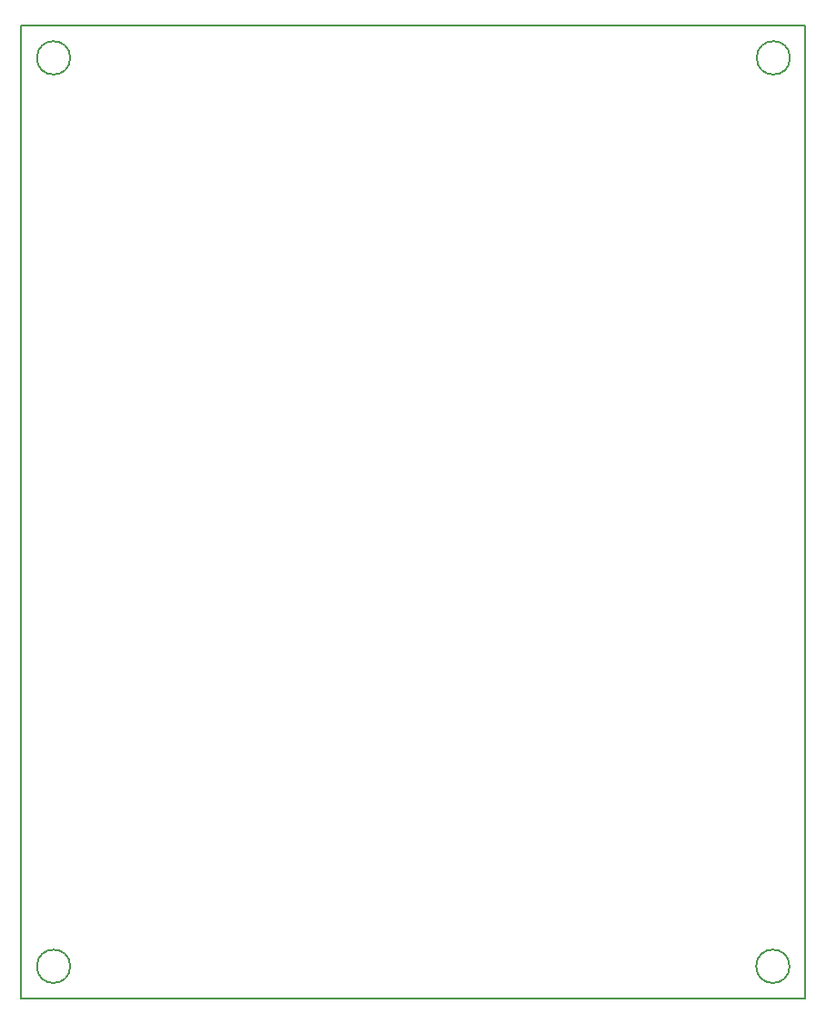
<source format=gm1>
%TF.GenerationSoftware,KiCad,Pcbnew,8.0.0*%
%TF.CreationDate,2024-06-21T00:18:55+02:00*%
%TF.ProjectId,Audio-Controller,41756469-6f2d-4436-9f6e-74726f6c6c65,rev?*%
%TF.SameCoordinates,Original*%
%TF.FileFunction,Profile,NP*%
%FSLAX46Y46*%
G04 Gerber Fmt 4.6, Leading zero omitted, Abs format (unit mm)*
G04 Created by KiCad (PCBNEW 8.0.0) date 2024-06-21 00:18:55*
%MOMM*%
%LPD*%
G01*
G04 APERTURE LIST*
%TA.AperFunction,Profile*%
%ADD10C,0.200000*%
%TD*%
G04 APERTURE END LIST*
D10*
X52600000Y-104000000D02*
G75*
G02*
X49500000Y-104000000I-1550000J0D01*
G01*
X49500000Y-104000000D02*
G75*
G02*
X52600000Y-104000000I1550000J0D01*
G01*
X52600000Y-19500000D02*
G75*
G02*
X49500000Y-19500000I-1550000J0D01*
G01*
X49500000Y-19500000D02*
G75*
G02*
X52600000Y-19500000I1550000J0D01*
G01*
X48000000Y-16500000D02*
X121000000Y-16500000D01*
X121000000Y-107000000D01*
X48000000Y-107000000D01*
X48000000Y-16500000D01*
X119550000Y-104000000D02*
G75*
G02*
X116450000Y-104000000I-1550000J0D01*
G01*
X116450000Y-104000000D02*
G75*
G02*
X119550000Y-104000000I1550000J0D01*
G01*
X119600000Y-19500000D02*
G75*
G02*
X116500000Y-19500000I-1550000J0D01*
G01*
X116500000Y-19500000D02*
G75*
G02*
X119600000Y-19500000I1550000J0D01*
G01*
M02*

</source>
